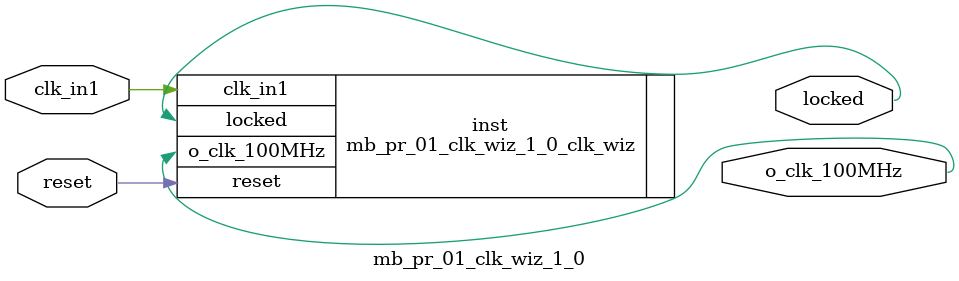
<source format=v>


`timescale 1ps/1ps

(* CORE_GENERATION_INFO = "mb_pr_01_clk_wiz_1_0,clk_wiz_v6_0_6_0_0,{component_name=mb_pr_01_clk_wiz_1_0,use_phase_alignment=true,use_min_o_jitter=false,use_max_i_jitter=false,use_dyn_phase_shift=false,use_inclk_switchover=false,use_dyn_reconfig=false,enable_axi=0,feedback_source=FDBK_AUTO,PRIMITIVE=MMCM,num_out_clk=1,clkin1_period=10.000,clkin2_period=10.000,use_power_down=false,use_reset=true,use_locked=true,use_inclk_stopped=false,feedback_type=SINGLE,CLOCK_MGR_TYPE=NA,manual_override=false}" *)

module mb_pr_01_clk_wiz_1_0 
 (
  // Clock out ports
  output        o_clk_100MHz,
  // Status and control signals
  input         reset,
  output        locked,
 // Clock in ports
  input         clk_in1
 );

  mb_pr_01_clk_wiz_1_0_clk_wiz inst
  (
  // Clock out ports  
  .o_clk_100MHz(o_clk_100MHz),
  // Status and control signals               
  .reset(reset), 
  .locked(locked),
 // Clock in ports
  .clk_in1(clk_in1)
  );

endmodule

</source>
